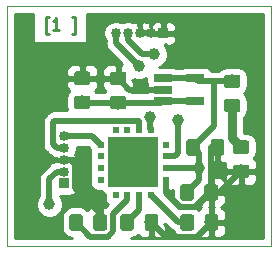
<source format=gbr>
G04 #@! TF.GenerationSoftware,KiCad,Pcbnew,5.0.0-fee4fd1~66~ubuntu16.04.1*
G04 #@! TF.CreationDate,2018-10-28T21:05:27-03:00*
G04 #@! TF.ProjectId,MMA7361,4D4D41373336312E6B696361645F7063,rev?*
G04 #@! TF.SameCoordinates,Original*
G04 #@! TF.FileFunction,Copper,L1,Top,Signal*
G04 #@! TF.FilePolarity,Positive*
%FSLAX46Y46*%
G04 Gerber Fmt 4.6, Leading zero omitted, Abs format (unit mm)*
G04 Created by KiCad (PCBNEW 5.0.0-fee4fd1~66~ubuntu16.04.1) date Sun Oct 28 21:05:27 2018*
%MOMM*%
%LPD*%
G01*
G04 APERTURE LIST*
G04 #@! TA.AperFunction,NonConductor*
%ADD10C,0.250000*%
G04 #@! TD*
G04 #@! TA.AperFunction,NonConductor*
%ADD11C,0.100000*%
G04 #@! TD*
G04 #@! TA.AperFunction,SMDPad,CuDef*
%ADD12R,4.250000X4.250000*%
G04 #@! TD*
G04 #@! TA.AperFunction,SMDPad,CuDef*
%ADD13R,0.500000X0.550000*%
G04 #@! TD*
G04 #@! TA.AperFunction,SMDPad,CuDef*
%ADD14R,0.550000X0.500000*%
G04 #@! TD*
G04 #@! TA.AperFunction,ComponentPad*
%ADD15O,0.850000X0.850000*%
G04 #@! TD*
G04 #@! TA.AperFunction,ComponentPad*
%ADD16R,0.850000X0.850000*%
G04 #@! TD*
G04 #@! TA.AperFunction,Conductor*
%ADD17C,0.100000*%
G04 #@! TD*
G04 #@! TA.AperFunction,SMDPad,CuDef*
%ADD18C,1.150000*%
G04 #@! TD*
G04 #@! TA.AperFunction,SMDPad,CuDef*
%ADD19R,1.560000X0.650000*%
G04 #@! TD*
G04 #@! TA.AperFunction,ViaPad*
%ADD20C,1.000000*%
G04 #@! TD*
G04 #@! TA.AperFunction,Conductor*
%ADD21C,0.800000*%
G04 #@! TD*
G04 #@! TA.AperFunction,Conductor*
%ADD22C,0.500000*%
G04 #@! TD*
G04 #@! TA.AperFunction,Conductor*
%ADD23C,0.254000*%
G04 #@! TD*
G04 APERTURE END LIST*
D10*
X146000000Y-80785714D02*
X145761904Y-80785714D01*
X145761904Y-79357142D01*
X146000000Y-79357142D01*
X146904761Y-80452380D02*
X146333333Y-80452380D01*
X146619047Y-80452380D02*
X146619047Y-79452380D01*
X146523809Y-79595238D01*
X146428571Y-79690476D01*
X146333333Y-79738095D01*
X148000000Y-80785714D02*
X148238095Y-80785714D01*
X148238095Y-79357142D01*
X148000000Y-79357142D01*
D11*
X142494000Y-98806000D02*
X142494000Y-78486000D01*
X164846000Y-98806000D02*
X142494000Y-98806000D01*
X164846000Y-78486000D02*
X164846000Y-98806000D01*
X142494000Y-78486000D02*
X164846000Y-78486000D01*
D12*
G04 #@! TO.P,U2,P1*
G04 #@! TO.N,N/C*
X153162000Y-91694000D03*
D13*
G04 #@! TO.P,U2,1*
G04 #@! TO.N,Net-(U2-Pad1)*
X151662000Y-94444000D03*
G04 #@! TO.P,U2,2*
G04 #@! TO.N,Net-(C3-Pad2)*
X152662000Y-94444000D03*
G04 #@! TO.P,U2,3*
G04 #@! TO.N,Net-(C5-Pad2)*
X153662000Y-94444000D03*
G04 #@! TO.P,U2,4*
G04 #@! TO.N,Net-(C1-Pad2)*
X154662000Y-94444000D03*
D14*
G04 #@! TO.P,U2,5*
G04 #@! TO.N,GND*
X155912000Y-93194000D03*
G04 #@! TO.P,U2,6*
G04 #@! TO.N,VCC*
X155912000Y-92194000D03*
G04 #@! TO.P,U2,7*
G04 #@! TO.N,/MMA 7361 Module/Sleep*
X155912000Y-91194000D03*
G04 #@! TO.P,U2,8*
G04 #@! TO.N,Net-(U2-Pad8)*
X155912000Y-90194000D03*
D13*
G04 #@! TO.P,U2,9*
G04 #@! TO.N,/MMA 7361 Module/Og-Detect*
X154662000Y-88944000D03*
G04 #@! TO.P,U2,10*
G04 #@! TO.N,/MMA 7361 Module/g-Select*
X153662000Y-88944000D03*
G04 #@! TO.P,U2,11*
G04 #@! TO.N,Net-(U2-Pad11)*
X152662000Y-88944000D03*
G04 #@! TO.P,U2,12*
G04 #@! TO.N,Net-(U2-Pad12)*
X151662000Y-88944000D03*
D14*
G04 #@! TO.P,U2,13*
G04 #@! TO.N,/MMA 7361 Module/SelfTest*
X150412000Y-90194000D03*
G04 #@! TO.P,U2,14*
G04 #@! TO.N,N/C*
X150412000Y-91194000D03*
G04 #@! TO.P,U2,15*
X150412000Y-92194000D03*
G04 #@! TO.P,U2,16*
X150412000Y-93194000D03*
G04 #@! TD*
D15*
G04 #@! TO.P,J2,5*
G04 #@! TO.N,/MMA 7361 Module/Og-Detect*
X151702000Y-80772000D03*
G04 #@! TO.P,J2,4*
G04 #@! TO.N,/MMA 7361 Module/Sleep*
X152702000Y-80772000D03*
G04 #@! TO.P,J2,3*
G04 #@! TO.N,GND*
X153702000Y-80772000D03*
G04 #@! TO.P,J2,2*
X154702000Y-80772000D03*
D16*
G04 #@! TO.P,J2,1*
X155702000Y-80772000D03*
G04 #@! TD*
G04 #@! TO.P,J1,1*
G04 #@! TO.N,Net-(J1-Pad1)*
X147320000Y-93472000D03*
D15*
G04 #@! TO.P,J1,2*
G04 #@! TO.N,VCC*
X147320000Y-92472000D03*
G04 #@! TO.P,J1,3*
G04 #@! TO.N,GND*
X147320000Y-91472000D03*
G04 #@! TO.P,J1,4*
G04 #@! TO.N,/MMA 7361 Module/g-Select*
X147320000Y-90472000D03*
G04 #@! TO.P,J1,5*
G04 #@! TO.N,/MMA 7361 Module/SelfTest*
X147320000Y-89472000D03*
G04 #@! TD*
D17*
G04 #@! TO.N,VCC*
G04 #@! TO.C,C7*
G36*
X158065505Y-93535204D02*
X158089773Y-93538804D01*
X158113572Y-93544765D01*
X158136671Y-93553030D01*
X158158850Y-93563520D01*
X158179893Y-93576132D01*
X158199599Y-93590747D01*
X158217777Y-93607223D01*
X158234253Y-93625401D01*
X158248868Y-93645107D01*
X158261480Y-93666150D01*
X158271970Y-93688329D01*
X158280235Y-93711428D01*
X158286196Y-93735227D01*
X158289796Y-93759495D01*
X158291000Y-93783999D01*
X158291000Y-94684001D01*
X158289796Y-94708505D01*
X158286196Y-94732773D01*
X158280235Y-94756572D01*
X158271970Y-94779671D01*
X158261480Y-94801850D01*
X158248868Y-94822893D01*
X158234253Y-94842599D01*
X158217777Y-94860777D01*
X158199599Y-94877253D01*
X158179893Y-94891868D01*
X158158850Y-94904480D01*
X158136671Y-94914970D01*
X158113572Y-94923235D01*
X158089773Y-94929196D01*
X158065505Y-94932796D01*
X158041001Y-94934000D01*
X157390999Y-94934000D01*
X157366495Y-94932796D01*
X157342227Y-94929196D01*
X157318428Y-94923235D01*
X157295329Y-94914970D01*
X157273150Y-94904480D01*
X157252107Y-94891868D01*
X157232401Y-94877253D01*
X157214223Y-94860777D01*
X157197747Y-94842599D01*
X157183132Y-94822893D01*
X157170520Y-94801850D01*
X157160030Y-94779671D01*
X157151765Y-94756572D01*
X157145804Y-94732773D01*
X157142204Y-94708505D01*
X157141000Y-94684001D01*
X157141000Y-93783999D01*
X157142204Y-93759495D01*
X157145804Y-93735227D01*
X157151765Y-93711428D01*
X157160030Y-93688329D01*
X157170520Y-93666150D01*
X157183132Y-93645107D01*
X157197747Y-93625401D01*
X157214223Y-93607223D01*
X157232401Y-93590747D01*
X157252107Y-93576132D01*
X157273150Y-93563520D01*
X157295329Y-93553030D01*
X157318428Y-93544765D01*
X157342227Y-93538804D01*
X157366495Y-93535204D01*
X157390999Y-93534000D01*
X158041001Y-93534000D01*
X158065505Y-93535204D01*
X158065505Y-93535204D01*
G37*
D18*
G04 #@! TD*
G04 #@! TO.P,C7,1*
G04 #@! TO.N,VCC*
X157716000Y-94234000D03*
D17*
G04 #@! TO.N,GND*
G04 #@! TO.C,C7*
G36*
X160115505Y-93535204D02*
X160139773Y-93538804D01*
X160163572Y-93544765D01*
X160186671Y-93553030D01*
X160208850Y-93563520D01*
X160229893Y-93576132D01*
X160249599Y-93590747D01*
X160267777Y-93607223D01*
X160284253Y-93625401D01*
X160298868Y-93645107D01*
X160311480Y-93666150D01*
X160321970Y-93688329D01*
X160330235Y-93711428D01*
X160336196Y-93735227D01*
X160339796Y-93759495D01*
X160341000Y-93783999D01*
X160341000Y-94684001D01*
X160339796Y-94708505D01*
X160336196Y-94732773D01*
X160330235Y-94756572D01*
X160321970Y-94779671D01*
X160311480Y-94801850D01*
X160298868Y-94822893D01*
X160284253Y-94842599D01*
X160267777Y-94860777D01*
X160249599Y-94877253D01*
X160229893Y-94891868D01*
X160208850Y-94904480D01*
X160186671Y-94914970D01*
X160163572Y-94923235D01*
X160139773Y-94929196D01*
X160115505Y-94932796D01*
X160091001Y-94934000D01*
X159440999Y-94934000D01*
X159416495Y-94932796D01*
X159392227Y-94929196D01*
X159368428Y-94923235D01*
X159345329Y-94914970D01*
X159323150Y-94904480D01*
X159302107Y-94891868D01*
X159282401Y-94877253D01*
X159264223Y-94860777D01*
X159247747Y-94842599D01*
X159233132Y-94822893D01*
X159220520Y-94801850D01*
X159210030Y-94779671D01*
X159201765Y-94756572D01*
X159195804Y-94732773D01*
X159192204Y-94708505D01*
X159191000Y-94684001D01*
X159191000Y-93783999D01*
X159192204Y-93759495D01*
X159195804Y-93735227D01*
X159201765Y-93711428D01*
X159210030Y-93688329D01*
X159220520Y-93666150D01*
X159233132Y-93645107D01*
X159247747Y-93625401D01*
X159264223Y-93607223D01*
X159282401Y-93590747D01*
X159302107Y-93576132D01*
X159323150Y-93563520D01*
X159345329Y-93553030D01*
X159368428Y-93544765D01*
X159392227Y-93538804D01*
X159416495Y-93535204D01*
X159440999Y-93534000D01*
X160091001Y-93534000D01*
X160115505Y-93535204D01*
X160115505Y-93535204D01*
G37*
D18*
G04 #@! TD*
G04 #@! TO.P,C7,2*
G04 #@! TO.N,GND*
X159766000Y-94234000D03*
D17*
G04 #@! TO.N,GND*
G04 #@! TO.C,C6*
G36*
X160641505Y-89725204D02*
X160665773Y-89728804D01*
X160689572Y-89734765D01*
X160712671Y-89743030D01*
X160734850Y-89753520D01*
X160755893Y-89766132D01*
X160775599Y-89780747D01*
X160793777Y-89797223D01*
X160810253Y-89815401D01*
X160824868Y-89835107D01*
X160837480Y-89856150D01*
X160847970Y-89878329D01*
X160856235Y-89901428D01*
X160862196Y-89925227D01*
X160865796Y-89949495D01*
X160867000Y-89973999D01*
X160867000Y-90874001D01*
X160865796Y-90898505D01*
X160862196Y-90922773D01*
X160856235Y-90946572D01*
X160847970Y-90969671D01*
X160837480Y-90991850D01*
X160824868Y-91012893D01*
X160810253Y-91032599D01*
X160793777Y-91050777D01*
X160775599Y-91067253D01*
X160755893Y-91081868D01*
X160734850Y-91094480D01*
X160712671Y-91104970D01*
X160689572Y-91113235D01*
X160665773Y-91119196D01*
X160641505Y-91122796D01*
X160617001Y-91124000D01*
X159966999Y-91124000D01*
X159942495Y-91122796D01*
X159918227Y-91119196D01*
X159894428Y-91113235D01*
X159871329Y-91104970D01*
X159849150Y-91094480D01*
X159828107Y-91081868D01*
X159808401Y-91067253D01*
X159790223Y-91050777D01*
X159773747Y-91032599D01*
X159759132Y-91012893D01*
X159746520Y-90991850D01*
X159736030Y-90969671D01*
X159727765Y-90946572D01*
X159721804Y-90922773D01*
X159718204Y-90898505D01*
X159717000Y-90874001D01*
X159717000Y-89973999D01*
X159718204Y-89949495D01*
X159721804Y-89925227D01*
X159727765Y-89901428D01*
X159736030Y-89878329D01*
X159746520Y-89856150D01*
X159759132Y-89835107D01*
X159773747Y-89815401D01*
X159790223Y-89797223D01*
X159808401Y-89780747D01*
X159828107Y-89766132D01*
X159849150Y-89753520D01*
X159871329Y-89743030D01*
X159894428Y-89734765D01*
X159918227Y-89728804D01*
X159942495Y-89725204D01*
X159966999Y-89724000D01*
X160617001Y-89724000D01*
X160641505Y-89725204D01*
X160641505Y-89725204D01*
G37*
D18*
G04 #@! TD*
G04 #@! TO.P,C6,2*
G04 #@! TO.N,GND*
X160292000Y-90424000D03*
D17*
G04 #@! TO.N,VCC*
G04 #@! TO.C,C6*
G36*
X158591505Y-89725204D02*
X158615773Y-89728804D01*
X158639572Y-89734765D01*
X158662671Y-89743030D01*
X158684850Y-89753520D01*
X158705893Y-89766132D01*
X158725599Y-89780747D01*
X158743777Y-89797223D01*
X158760253Y-89815401D01*
X158774868Y-89835107D01*
X158787480Y-89856150D01*
X158797970Y-89878329D01*
X158806235Y-89901428D01*
X158812196Y-89925227D01*
X158815796Y-89949495D01*
X158817000Y-89973999D01*
X158817000Y-90874001D01*
X158815796Y-90898505D01*
X158812196Y-90922773D01*
X158806235Y-90946572D01*
X158797970Y-90969671D01*
X158787480Y-90991850D01*
X158774868Y-91012893D01*
X158760253Y-91032599D01*
X158743777Y-91050777D01*
X158725599Y-91067253D01*
X158705893Y-91081868D01*
X158684850Y-91094480D01*
X158662671Y-91104970D01*
X158639572Y-91113235D01*
X158615773Y-91119196D01*
X158591505Y-91122796D01*
X158567001Y-91124000D01*
X157916999Y-91124000D01*
X157892495Y-91122796D01*
X157868227Y-91119196D01*
X157844428Y-91113235D01*
X157821329Y-91104970D01*
X157799150Y-91094480D01*
X157778107Y-91081868D01*
X157758401Y-91067253D01*
X157740223Y-91050777D01*
X157723747Y-91032599D01*
X157709132Y-91012893D01*
X157696520Y-90991850D01*
X157686030Y-90969671D01*
X157677765Y-90946572D01*
X157671804Y-90922773D01*
X157668204Y-90898505D01*
X157667000Y-90874001D01*
X157667000Y-89973999D01*
X157668204Y-89949495D01*
X157671804Y-89925227D01*
X157677765Y-89901428D01*
X157686030Y-89878329D01*
X157696520Y-89856150D01*
X157709132Y-89835107D01*
X157723747Y-89815401D01*
X157740223Y-89797223D01*
X157758401Y-89780747D01*
X157778107Y-89766132D01*
X157799150Y-89753520D01*
X157821329Y-89743030D01*
X157844428Y-89734765D01*
X157868227Y-89728804D01*
X157892495Y-89725204D01*
X157916999Y-89724000D01*
X158567001Y-89724000D01*
X158591505Y-89725204D01*
X158591505Y-89725204D01*
G37*
D18*
G04 #@! TD*
G04 #@! TO.P,C6,1*
G04 #@! TO.N,VCC*
X158242000Y-90424000D03*
D17*
G04 #@! TO.N,GND*
G04 #@! TO.C,C5*
G36*
X155044505Y-96075204D02*
X155068773Y-96078804D01*
X155092572Y-96084765D01*
X155115671Y-96093030D01*
X155137850Y-96103520D01*
X155158893Y-96116132D01*
X155178599Y-96130747D01*
X155196777Y-96147223D01*
X155213253Y-96165401D01*
X155227868Y-96185107D01*
X155240480Y-96206150D01*
X155250970Y-96228329D01*
X155259235Y-96251428D01*
X155265196Y-96275227D01*
X155268796Y-96299495D01*
X155270000Y-96323999D01*
X155270000Y-97224001D01*
X155268796Y-97248505D01*
X155265196Y-97272773D01*
X155259235Y-97296572D01*
X155250970Y-97319671D01*
X155240480Y-97341850D01*
X155227868Y-97362893D01*
X155213253Y-97382599D01*
X155196777Y-97400777D01*
X155178599Y-97417253D01*
X155158893Y-97431868D01*
X155137850Y-97444480D01*
X155115671Y-97454970D01*
X155092572Y-97463235D01*
X155068773Y-97469196D01*
X155044505Y-97472796D01*
X155020001Y-97474000D01*
X154369999Y-97474000D01*
X154345495Y-97472796D01*
X154321227Y-97469196D01*
X154297428Y-97463235D01*
X154274329Y-97454970D01*
X154252150Y-97444480D01*
X154231107Y-97431868D01*
X154211401Y-97417253D01*
X154193223Y-97400777D01*
X154176747Y-97382599D01*
X154162132Y-97362893D01*
X154149520Y-97341850D01*
X154139030Y-97319671D01*
X154130765Y-97296572D01*
X154124804Y-97272773D01*
X154121204Y-97248505D01*
X154120000Y-97224001D01*
X154120000Y-96323999D01*
X154121204Y-96299495D01*
X154124804Y-96275227D01*
X154130765Y-96251428D01*
X154139030Y-96228329D01*
X154149520Y-96206150D01*
X154162132Y-96185107D01*
X154176747Y-96165401D01*
X154193223Y-96147223D01*
X154211401Y-96130747D01*
X154231107Y-96116132D01*
X154252150Y-96103520D01*
X154274329Y-96093030D01*
X154297428Y-96084765D01*
X154321227Y-96078804D01*
X154345495Y-96075204D01*
X154369999Y-96074000D01*
X155020001Y-96074000D01*
X155044505Y-96075204D01*
X155044505Y-96075204D01*
G37*
D18*
G04 #@! TD*
G04 #@! TO.P,C5,1*
G04 #@! TO.N,GND*
X154695000Y-96774000D03*
D17*
G04 #@! TO.N,Net-(C5-Pad2)*
G04 #@! TO.C,C5*
G36*
X152994505Y-96075204D02*
X153018773Y-96078804D01*
X153042572Y-96084765D01*
X153065671Y-96093030D01*
X153087850Y-96103520D01*
X153108893Y-96116132D01*
X153128599Y-96130747D01*
X153146777Y-96147223D01*
X153163253Y-96165401D01*
X153177868Y-96185107D01*
X153190480Y-96206150D01*
X153200970Y-96228329D01*
X153209235Y-96251428D01*
X153215196Y-96275227D01*
X153218796Y-96299495D01*
X153220000Y-96323999D01*
X153220000Y-97224001D01*
X153218796Y-97248505D01*
X153215196Y-97272773D01*
X153209235Y-97296572D01*
X153200970Y-97319671D01*
X153190480Y-97341850D01*
X153177868Y-97362893D01*
X153163253Y-97382599D01*
X153146777Y-97400777D01*
X153128599Y-97417253D01*
X153108893Y-97431868D01*
X153087850Y-97444480D01*
X153065671Y-97454970D01*
X153042572Y-97463235D01*
X153018773Y-97469196D01*
X152994505Y-97472796D01*
X152970001Y-97474000D01*
X152319999Y-97474000D01*
X152295495Y-97472796D01*
X152271227Y-97469196D01*
X152247428Y-97463235D01*
X152224329Y-97454970D01*
X152202150Y-97444480D01*
X152181107Y-97431868D01*
X152161401Y-97417253D01*
X152143223Y-97400777D01*
X152126747Y-97382599D01*
X152112132Y-97362893D01*
X152099520Y-97341850D01*
X152089030Y-97319671D01*
X152080765Y-97296572D01*
X152074804Y-97272773D01*
X152071204Y-97248505D01*
X152070000Y-97224001D01*
X152070000Y-96323999D01*
X152071204Y-96299495D01*
X152074804Y-96275227D01*
X152080765Y-96251428D01*
X152089030Y-96228329D01*
X152099520Y-96206150D01*
X152112132Y-96185107D01*
X152126747Y-96165401D01*
X152143223Y-96147223D01*
X152161401Y-96130747D01*
X152181107Y-96116132D01*
X152202150Y-96103520D01*
X152224329Y-96093030D01*
X152247428Y-96084765D01*
X152271227Y-96078804D01*
X152295495Y-96075204D01*
X152319999Y-96074000D01*
X152970001Y-96074000D01*
X152994505Y-96075204D01*
X152994505Y-96075204D01*
G37*
D18*
G04 #@! TD*
G04 #@! TO.P,C5,2*
G04 #@! TO.N,Net-(C5-Pad2)*
X152645000Y-96774000D03*
D17*
G04 #@! TO.N,GND*
G04 #@! TO.C,C4*
G36*
X149318505Y-83990204D02*
X149342773Y-83993804D01*
X149366572Y-83999765D01*
X149389671Y-84008030D01*
X149411850Y-84018520D01*
X149432893Y-84031132D01*
X149452599Y-84045747D01*
X149470777Y-84062223D01*
X149487253Y-84080401D01*
X149501868Y-84100107D01*
X149514480Y-84121150D01*
X149524970Y-84143329D01*
X149533235Y-84166428D01*
X149539196Y-84190227D01*
X149542796Y-84214495D01*
X149544000Y-84238999D01*
X149544000Y-84889001D01*
X149542796Y-84913505D01*
X149539196Y-84937773D01*
X149533235Y-84961572D01*
X149524970Y-84984671D01*
X149514480Y-85006850D01*
X149501868Y-85027893D01*
X149487253Y-85047599D01*
X149470777Y-85065777D01*
X149452599Y-85082253D01*
X149432893Y-85096868D01*
X149411850Y-85109480D01*
X149389671Y-85119970D01*
X149366572Y-85128235D01*
X149342773Y-85134196D01*
X149318505Y-85137796D01*
X149294001Y-85139000D01*
X148393999Y-85139000D01*
X148369495Y-85137796D01*
X148345227Y-85134196D01*
X148321428Y-85128235D01*
X148298329Y-85119970D01*
X148276150Y-85109480D01*
X148255107Y-85096868D01*
X148235401Y-85082253D01*
X148217223Y-85065777D01*
X148200747Y-85047599D01*
X148186132Y-85027893D01*
X148173520Y-85006850D01*
X148163030Y-84984671D01*
X148154765Y-84961572D01*
X148148804Y-84937773D01*
X148145204Y-84913505D01*
X148144000Y-84889001D01*
X148144000Y-84238999D01*
X148145204Y-84214495D01*
X148148804Y-84190227D01*
X148154765Y-84166428D01*
X148163030Y-84143329D01*
X148173520Y-84121150D01*
X148186132Y-84100107D01*
X148200747Y-84080401D01*
X148217223Y-84062223D01*
X148235401Y-84045747D01*
X148255107Y-84031132D01*
X148276150Y-84018520D01*
X148298329Y-84008030D01*
X148321428Y-83999765D01*
X148345227Y-83993804D01*
X148369495Y-83990204D01*
X148393999Y-83989000D01*
X149294001Y-83989000D01*
X149318505Y-83990204D01*
X149318505Y-83990204D01*
G37*
D18*
G04 #@! TD*
G04 #@! TO.P,C4,2*
G04 #@! TO.N,GND*
X148844000Y-84564000D03*
D17*
G04 #@! TO.N,+5V*
G04 #@! TO.C,C4*
G36*
X149318505Y-86040204D02*
X149342773Y-86043804D01*
X149366572Y-86049765D01*
X149389671Y-86058030D01*
X149411850Y-86068520D01*
X149432893Y-86081132D01*
X149452599Y-86095747D01*
X149470777Y-86112223D01*
X149487253Y-86130401D01*
X149501868Y-86150107D01*
X149514480Y-86171150D01*
X149524970Y-86193329D01*
X149533235Y-86216428D01*
X149539196Y-86240227D01*
X149542796Y-86264495D01*
X149544000Y-86288999D01*
X149544000Y-86939001D01*
X149542796Y-86963505D01*
X149539196Y-86987773D01*
X149533235Y-87011572D01*
X149524970Y-87034671D01*
X149514480Y-87056850D01*
X149501868Y-87077893D01*
X149487253Y-87097599D01*
X149470777Y-87115777D01*
X149452599Y-87132253D01*
X149432893Y-87146868D01*
X149411850Y-87159480D01*
X149389671Y-87169970D01*
X149366572Y-87178235D01*
X149342773Y-87184196D01*
X149318505Y-87187796D01*
X149294001Y-87189000D01*
X148393999Y-87189000D01*
X148369495Y-87187796D01*
X148345227Y-87184196D01*
X148321428Y-87178235D01*
X148298329Y-87169970D01*
X148276150Y-87159480D01*
X148255107Y-87146868D01*
X148235401Y-87132253D01*
X148217223Y-87115777D01*
X148200747Y-87097599D01*
X148186132Y-87077893D01*
X148173520Y-87056850D01*
X148163030Y-87034671D01*
X148154765Y-87011572D01*
X148148804Y-86987773D01*
X148145204Y-86963505D01*
X148144000Y-86939001D01*
X148144000Y-86288999D01*
X148145204Y-86264495D01*
X148148804Y-86240227D01*
X148154765Y-86216428D01*
X148163030Y-86193329D01*
X148173520Y-86171150D01*
X148186132Y-86150107D01*
X148200747Y-86130401D01*
X148217223Y-86112223D01*
X148235401Y-86095747D01*
X148255107Y-86081132D01*
X148276150Y-86068520D01*
X148298329Y-86058030D01*
X148321428Y-86049765D01*
X148345227Y-86043804D01*
X148369495Y-86040204D01*
X148393999Y-86039000D01*
X149294001Y-86039000D01*
X149318505Y-86040204D01*
X149318505Y-86040204D01*
G37*
D18*
G04 #@! TD*
G04 #@! TO.P,C4,1*
G04 #@! TO.N,+5V*
X148844000Y-86614000D03*
D17*
G04 #@! TO.N,GND*
G04 #@! TO.C,C3*
G36*
X150717505Y-96075204D02*
X150741773Y-96078804D01*
X150765572Y-96084765D01*
X150788671Y-96093030D01*
X150810850Y-96103520D01*
X150831893Y-96116132D01*
X150851599Y-96130747D01*
X150869777Y-96147223D01*
X150886253Y-96165401D01*
X150900868Y-96185107D01*
X150913480Y-96206150D01*
X150923970Y-96228329D01*
X150932235Y-96251428D01*
X150938196Y-96275227D01*
X150941796Y-96299495D01*
X150943000Y-96323999D01*
X150943000Y-97224001D01*
X150941796Y-97248505D01*
X150938196Y-97272773D01*
X150932235Y-97296572D01*
X150923970Y-97319671D01*
X150913480Y-97341850D01*
X150900868Y-97362893D01*
X150886253Y-97382599D01*
X150869777Y-97400777D01*
X150851599Y-97417253D01*
X150831893Y-97431868D01*
X150810850Y-97444480D01*
X150788671Y-97454970D01*
X150765572Y-97463235D01*
X150741773Y-97469196D01*
X150717505Y-97472796D01*
X150693001Y-97474000D01*
X150042999Y-97474000D01*
X150018495Y-97472796D01*
X149994227Y-97469196D01*
X149970428Y-97463235D01*
X149947329Y-97454970D01*
X149925150Y-97444480D01*
X149904107Y-97431868D01*
X149884401Y-97417253D01*
X149866223Y-97400777D01*
X149849747Y-97382599D01*
X149835132Y-97362893D01*
X149822520Y-97341850D01*
X149812030Y-97319671D01*
X149803765Y-97296572D01*
X149797804Y-97272773D01*
X149794204Y-97248505D01*
X149793000Y-97224001D01*
X149793000Y-96323999D01*
X149794204Y-96299495D01*
X149797804Y-96275227D01*
X149803765Y-96251428D01*
X149812030Y-96228329D01*
X149822520Y-96206150D01*
X149835132Y-96185107D01*
X149849747Y-96165401D01*
X149866223Y-96147223D01*
X149884401Y-96130747D01*
X149904107Y-96116132D01*
X149925150Y-96103520D01*
X149947329Y-96093030D01*
X149970428Y-96084765D01*
X149994227Y-96078804D01*
X150018495Y-96075204D01*
X150042999Y-96074000D01*
X150693001Y-96074000D01*
X150717505Y-96075204D01*
X150717505Y-96075204D01*
G37*
D18*
G04 #@! TD*
G04 #@! TO.P,C3,1*
G04 #@! TO.N,GND*
X150368000Y-96774000D03*
D17*
G04 #@! TO.N,Net-(C3-Pad2)*
G04 #@! TO.C,C3*
G36*
X148667505Y-96075204D02*
X148691773Y-96078804D01*
X148715572Y-96084765D01*
X148738671Y-96093030D01*
X148760850Y-96103520D01*
X148781893Y-96116132D01*
X148801599Y-96130747D01*
X148819777Y-96147223D01*
X148836253Y-96165401D01*
X148850868Y-96185107D01*
X148863480Y-96206150D01*
X148873970Y-96228329D01*
X148882235Y-96251428D01*
X148888196Y-96275227D01*
X148891796Y-96299495D01*
X148893000Y-96323999D01*
X148893000Y-97224001D01*
X148891796Y-97248505D01*
X148888196Y-97272773D01*
X148882235Y-97296572D01*
X148873970Y-97319671D01*
X148863480Y-97341850D01*
X148850868Y-97362893D01*
X148836253Y-97382599D01*
X148819777Y-97400777D01*
X148801599Y-97417253D01*
X148781893Y-97431868D01*
X148760850Y-97444480D01*
X148738671Y-97454970D01*
X148715572Y-97463235D01*
X148691773Y-97469196D01*
X148667505Y-97472796D01*
X148643001Y-97474000D01*
X147992999Y-97474000D01*
X147968495Y-97472796D01*
X147944227Y-97469196D01*
X147920428Y-97463235D01*
X147897329Y-97454970D01*
X147875150Y-97444480D01*
X147854107Y-97431868D01*
X147834401Y-97417253D01*
X147816223Y-97400777D01*
X147799747Y-97382599D01*
X147785132Y-97362893D01*
X147772520Y-97341850D01*
X147762030Y-97319671D01*
X147753765Y-97296572D01*
X147747804Y-97272773D01*
X147744204Y-97248505D01*
X147743000Y-97224001D01*
X147743000Y-96323999D01*
X147744204Y-96299495D01*
X147747804Y-96275227D01*
X147753765Y-96251428D01*
X147762030Y-96228329D01*
X147772520Y-96206150D01*
X147785132Y-96185107D01*
X147799747Y-96165401D01*
X147816223Y-96147223D01*
X147834401Y-96130747D01*
X147854107Y-96116132D01*
X147875150Y-96103520D01*
X147897329Y-96093030D01*
X147920428Y-96084765D01*
X147944227Y-96078804D01*
X147968495Y-96075204D01*
X147992999Y-96074000D01*
X148643001Y-96074000D01*
X148667505Y-96075204D01*
X148667505Y-96075204D01*
G37*
D18*
G04 #@! TD*
G04 #@! TO.P,C3,2*
G04 #@! TO.N,Net-(C3-Pad2)*
X148318000Y-96774000D03*
D17*
G04 #@! TO.N,GND*
G04 #@! TO.C,C2*
G36*
X152366505Y-84008204D02*
X152390773Y-84011804D01*
X152414572Y-84017765D01*
X152437671Y-84026030D01*
X152459850Y-84036520D01*
X152480893Y-84049132D01*
X152500599Y-84063747D01*
X152518777Y-84080223D01*
X152535253Y-84098401D01*
X152549868Y-84118107D01*
X152562480Y-84139150D01*
X152572970Y-84161329D01*
X152581235Y-84184428D01*
X152587196Y-84208227D01*
X152590796Y-84232495D01*
X152592000Y-84256999D01*
X152592000Y-84907001D01*
X152590796Y-84931505D01*
X152587196Y-84955773D01*
X152581235Y-84979572D01*
X152572970Y-85002671D01*
X152562480Y-85024850D01*
X152549868Y-85045893D01*
X152535253Y-85065599D01*
X152518777Y-85083777D01*
X152500599Y-85100253D01*
X152480893Y-85114868D01*
X152459850Y-85127480D01*
X152437671Y-85137970D01*
X152414572Y-85146235D01*
X152390773Y-85152196D01*
X152366505Y-85155796D01*
X152342001Y-85157000D01*
X151441999Y-85157000D01*
X151417495Y-85155796D01*
X151393227Y-85152196D01*
X151369428Y-85146235D01*
X151346329Y-85137970D01*
X151324150Y-85127480D01*
X151303107Y-85114868D01*
X151283401Y-85100253D01*
X151265223Y-85083777D01*
X151248747Y-85065599D01*
X151234132Y-85045893D01*
X151221520Y-85024850D01*
X151211030Y-85002671D01*
X151202765Y-84979572D01*
X151196804Y-84955773D01*
X151193204Y-84931505D01*
X151192000Y-84907001D01*
X151192000Y-84256999D01*
X151193204Y-84232495D01*
X151196804Y-84208227D01*
X151202765Y-84184428D01*
X151211030Y-84161329D01*
X151221520Y-84139150D01*
X151234132Y-84118107D01*
X151248747Y-84098401D01*
X151265223Y-84080223D01*
X151283401Y-84063747D01*
X151303107Y-84049132D01*
X151324150Y-84036520D01*
X151346329Y-84026030D01*
X151369428Y-84017765D01*
X151393227Y-84011804D01*
X151417495Y-84008204D01*
X151441999Y-84007000D01*
X152342001Y-84007000D01*
X152366505Y-84008204D01*
X152366505Y-84008204D01*
G37*
D18*
G04 #@! TD*
G04 #@! TO.P,C2,2*
G04 #@! TO.N,GND*
X151892000Y-84582000D03*
D17*
G04 #@! TO.N,+5V*
G04 #@! TO.C,C2*
G36*
X152366505Y-86058204D02*
X152390773Y-86061804D01*
X152414572Y-86067765D01*
X152437671Y-86076030D01*
X152459850Y-86086520D01*
X152480893Y-86099132D01*
X152500599Y-86113747D01*
X152518777Y-86130223D01*
X152535253Y-86148401D01*
X152549868Y-86168107D01*
X152562480Y-86189150D01*
X152572970Y-86211329D01*
X152581235Y-86234428D01*
X152587196Y-86258227D01*
X152590796Y-86282495D01*
X152592000Y-86306999D01*
X152592000Y-86957001D01*
X152590796Y-86981505D01*
X152587196Y-87005773D01*
X152581235Y-87029572D01*
X152572970Y-87052671D01*
X152562480Y-87074850D01*
X152549868Y-87095893D01*
X152535253Y-87115599D01*
X152518777Y-87133777D01*
X152500599Y-87150253D01*
X152480893Y-87164868D01*
X152459850Y-87177480D01*
X152437671Y-87187970D01*
X152414572Y-87196235D01*
X152390773Y-87202196D01*
X152366505Y-87205796D01*
X152342001Y-87207000D01*
X151441999Y-87207000D01*
X151417495Y-87205796D01*
X151393227Y-87202196D01*
X151369428Y-87196235D01*
X151346329Y-87187970D01*
X151324150Y-87177480D01*
X151303107Y-87164868D01*
X151283401Y-87150253D01*
X151265223Y-87133777D01*
X151248747Y-87115599D01*
X151234132Y-87095893D01*
X151221520Y-87074850D01*
X151211030Y-87052671D01*
X151202765Y-87029572D01*
X151196804Y-87005773D01*
X151193204Y-86981505D01*
X151192000Y-86957001D01*
X151192000Y-86306999D01*
X151193204Y-86282495D01*
X151196804Y-86258227D01*
X151202765Y-86234428D01*
X151211030Y-86211329D01*
X151221520Y-86189150D01*
X151234132Y-86168107D01*
X151248747Y-86148401D01*
X151265223Y-86130223D01*
X151283401Y-86113747D01*
X151303107Y-86099132D01*
X151324150Y-86086520D01*
X151346329Y-86076030D01*
X151369428Y-86067765D01*
X151393227Y-86061804D01*
X151417495Y-86058204D01*
X151441999Y-86057000D01*
X152342001Y-86057000D01*
X152366505Y-86058204D01*
X152366505Y-86058204D01*
G37*
D18*
G04 #@! TD*
G04 #@! TO.P,C2,1*
G04 #@! TO.N,+5V*
X151892000Y-86632000D03*
D17*
G04 #@! TO.N,GND*
G04 #@! TO.C,C1*
G36*
X160133505Y-96075204D02*
X160157773Y-96078804D01*
X160181572Y-96084765D01*
X160204671Y-96093030D01*
X160226850Y-96103520D01*
X160247893Y-96116132D01*
X160267599Y-96130747D01*
X160285777Y-96147223D01*
X160302253Y-96165401D01*
X160316868Y-96185107D01*
X160329480Y-96206150D01*
X160339970Y-96228329D01*
X160348235Y-96251428D01*
X160354196Y-96275227D01*
X160357796Y-96299495D01*
X160359000Y-96323999D01*
X160359000Y-97224001D01*
X160357796Y-97248505D01*
X160354196Y-97272773D01*
X160348235Y-97296572D01*
X160339970Y-97319671D01*
X160329480Y-97341850D01*
X160316868Y-97362893D01*
X160302253Y-97382599D01*
X160285777Y-97400777D01*
X160267599Y-97417253D01*
X160247893Y-97431868D01*
X160226850Y-97444480D01*
X160204671Y-97454970D01*
X160181572Y-97463235D01*
X160157773Y-97469196D01*
X160133505Y-97472796D01*
X160109001Y-97474000D01*
X159458999Y-97474000D01*
X159434495Y-97472796D01*
X159410227Y-97469196D01*
X159386428Y-97463235D01*
X159363329Y-97454970D01*
X159341150Y-97444480D01*
X159320107Y-97431868D01*
X159300401Y-97417253D01*
X159282223Y-97400777D01*
X159265747Y-97382599D01*
X159251132Y-97362893D01*
X159238520Y-97341850D01*
X159228030Y-97319671D01*
X159219765Y-97296572D01*
X159213804Y-97272773D01*
X159210204Y-97248505D01*
X159209000Y-97224001D01*
X159209000Y-96323999D01*
X159210204Y-96299495D01*
X159213804Y-96275227D01*
X159219765Y-96251428D01*
X159228030Y-96228329D01*
X159238520Y-96206150D01*
X159251132Y-96185107D01*
X159265747Y-96165401D01*
X159282223Y-96147223D01*
X159300401Y-96130747D01*
X159320107Y-96116132D01*
X159341150Y-96103520D01*
X159363329Y-96093030D01*
X159386428Y-96084765D01*
X159410227Y-96078804D01*
X159434495Y-96075204D01*
X159458999Y-96074000D01*
X160109001Y-96074000D01*
X160133505Y-96075204D01*
X160133505Y-96075204D01*
G37*
D18*
G04 #@! TD*
G04 #@! TO.P,C1,1*
G04 #@! TO.N,GND*
X159784000Y-96774000D03*
D17*
G04 #@! TO.N,Net-(C1-Pad2)*
G04 #@! TO.C,C1*
G36*
X158083505Y-96075204D02*
X158107773Y-96078804D01*
X158131572Y-96084765D01*
X158154671Y-96093030D01*
X158176850Y-96103520D01*
X158197893Y-96116132D01*
X158217599Y-96130747D01*
X158235777Y-96147223D01*
X158252253Y-96165401D01*
X158266868Y-96185107D01*
X158279480Y-96206150D01*
X158289970Y-96228329D01*
X158298235Y-96251428D01*
X158304196Y-96275227D01*
X158307796Y-96299495D01*
X158309000Y-96323999D01*
X158309000Y-97224001D01*
X158307796Y-97248505D01*
X158304196Y-97272773D01*
X158298235Y-97296572D01*
X158289970Y-97319671D01*
X158279480Y-97341850D01*
X158266868Y-97362893D01*
X158252253Y-97382599D01*
X158235777Y-97400777D01*
X158217599Y-97417253D01*
X158197893Y-97431868D01*
X158176850Y-97444480D01*
X158154671Y-97454970D01*
X158131572Y-97463235D01*
X158107773Y-97469196D01*
X158083505Y-97472796D01*
X158059001Y-97474000D01*
X157408999Y-97474000D01*
X157384495Y-97472796D01*
X157360227Y-97469196D01*
X157336428Y-97463235D01*
X157313329Y-97454970D01*
X157291150Y-97444480D01*
X157270107Y-97431868D01*
X157250401Y-97417253D01*
X157232223Y-97400777D01*
X157215747Y-97382599D01*
X157201132Y-97362893D01*
X157188520Y-97341850D01*
X157178030Y-97319671D01*
X157169765Y-97296572D01*
X157163804Y-97272773D01*
X157160204Y-97248505D01*
X157159000Y-97224001D01*
X157159000Y-96323999D01*
X157160204Y-96299495D01*
X157163804Y-96275227D01*
X157169765Y-96251428D01*
X157178030Y-96228329D01*
X157188520Y-96206150D01*
X157201132Y-96185107D01*
X157215747Y-96165401D01*
X157232223Y-96147223D01*
X157250401Y-96130747D01*
X157270107Y-96116132D01*
X157291150Y-96103520D01*
X157313329Y-96093030D01*
X157336428Y-96084765D01*
X157360227Y-96078804D01*
X157384495Y-96075204D01*
X157408999Y-96074000D01*
X158059001Y-96074000D01*
X158083505Y-96075204D01*
X158083505Y-96075204D01*
G37*
D18*
G04 #@! TD*
G04 #@! TO.P,C1,2*
G04 #@! TO.N,Net-(C1-Pad2)*
X157734000Y-96774000D03*
D17*
G04 #@! TO.N,GND*
G04 #@! TO.C,D1*
G36*
X162780505Y-91882204D02*
X162804773Y-91885804D01*
X162828572Y-91891765D01*
X162851671Y-91900030D01*
X162873850Y-91910520D01*
X162894893Y-91923132D01*
X162914599Y-91937747D01*
X162932777Y-91954223D01*
X162949253Y-91972401D01*
X162963868Y-91992107D01*
X162976480Y-92013150D01*
X162986970Y-92035329D01*
X162995235Y-92058428D01*
X163001196Y-92082227D01*
X163004796Y-92106495D01*
X163006000Y-92130999D01*
X163006000Y-92781001D01*
X163004796Y-92805505D01*
X163001196Y-92829773D01*
X162995235Y-92853572D01*
X162986970Y-92876671D01*
X162976480Y-92898850D01*
X162963868Y-92919893D01*
X162949253Y-92939599D01*
X162932777Y-92957777D01*
X162914599Y-92974253D01*
X162894893Y-92988868D01*
X162873850Y-93001480D01*
X162851671Y-93011970D01*
X162828572Y-93020235D01*
X162804773Y-93026196D01*
X162780505Y-93029796D01*
X162756001Y-93031000D01*
X161855999Y-93031000D01*
X161831495Y-93029796D01*
X161807227Y-93026196D01*
X161783428Y-93020235D01*
X161760329Y-93011970D01*
X161738150Y-93001480D01*
X161717107Y-92988868D01*
X161697401Y-92974253D01*
X161679223Y-92957777D01*
X161662747Y-92939599D01*
X161648132Y-92919893D01*
X161635520Y-92898850D01*
X161625030Y-92876671D01*
X161616765Y-92853572D01*
X161610804Y-92829773D01*
X161607204Y-92805505D01*
X161606000Y-92781001D01*
X161606000Y-92130999D01*
X161607204Y-92106495D01*
X161610804Y-92082227D01*
X161616765Y-92058428D01*
X161625030Y-92035329D01*
X161635520Y-92013150D01*
X161648132Y-91992107D01*
X161662747Y-91972401D01*
X161679223Y-91954223D01*
X161697401Y-91937747D01*
X161717107Y-91923132D01*
X161738150Y-91910520D01*
X161760329Y-91900030D01*
X161783428Y-91891765D01*
X161807227Y-91885804D01*
X161831495Y-91882204D01*
X161855999Y-91881000D01*
X162756001Y-91881000D01*
X162780505Y-91882204D01*
X162780505Y-91882204D01*
G37*
D18*
G04 #@! TD*
G04 #@! TO.P,D1,1*
G04 #@! TO.N,GND*
X162306000Y-92456000D03*
D17*
G04 #@! TO.N,Net-(D1-Pad2)*
G04 #@! TO.C,D1*
G36*
X162780505Y-89832204D02*
X162804773Y-89835804D01*
X162828572Y-89841765D01*
X162851671Y-89850030D01*
X162873850Y-89860520D01*
X162894893Y-89873132D01*
X162914599Y-89887747D01*
X162932777Y-89904223D01*
X162949253Y-89922401D01*
X162963868Y-89942107D01*
X162976480Y-89963150D01*
X162986970Y-89985329D01*
X162995235Y-90008428D01*
X163001196Y-90032227D01*
X163004796Y-90056495D01*
X163006000Y-90080999D01*
X163006000Y-90731001D01*
X163004796Y-90755505D01*
X163001196Y-90779773D01*
X162995235Y-90803572D01*
X162986970Y-90826671D01*
X162976480Y-90848850D01*
X162963868Y-90869893D01*
X162949253Y-90889599D01*
X162932777Y-90907777D01*
X162914599Y-90924253D01*
X162894893Y-90938868D01*
X162873850Y-90951480D01*
X162851671Y-90961970D01*
X162828572Y-90970235D01*
X162804773Y-90976196D01*
X162780505Y-90979796D01*
X162756001Y-90981000D01*
X161855999Y-90981000D01*
X161831495Y-90979796D01*
X161807227Y-90976196D01*
X161783428Y-90970235D01*
X161760329Y-90961970D01*
X161738150Y-90951480D01*
X161717107Y-90938868D01*
X161697401Y-90924253D01*
X161679223Y-90907777D01*
X161662747Y-90889599D01*
X161648132Y-90869893D01*
X161635520Y-90848850D01*
X161625030Y-90826671D01*
X161616765Y-90803572D01*
X161610804Y-90779773D01*
X161607204Y-90755505D01*
X161606000Y-90731001D01*
X161606000Y-90080999D01*
X161607204Y-90056495D01*
X161610804Y-90032227D01*
X161616765Y-90008428D01*
X161625030Y-89985329D01*
X161635520Y-89963150D01*
X161648132Y-89942107D01*
X161662747Y-89922401D01*
X161679223Y-89904223D01*
X161697401Y-89887747D01*
X161717107Y-89873132D01*
X161738150Y-89860520D01*
X161760329Y-89850030D01*
X161783428Y-89841765D01*
X161807227Y-89835804D01*
X161831495Y-89832204D01*
X161855999Y-89831000D01*
X162756001Y-89831000D01*
X162780505Y-89832204D01*
X162780505Y-89832204D01*
G37*
D18*
G04 #@! TD*
G04 #@! TO.P,D1,2*
G04 #@! TO.N,Net-(D1-Pad2)*
X162306000Y-90406000D03*
D19*
G04 #@! TO.P,U1,1*
G04 #@! TO.N,VCC*
X155702000Y-84582000D03*
G04 #@! TO.P,U1,2*
G04 #@! TO.N,GND*
X155702000Y-85532000D03*
G04 #@! TO.P,U1,3*
G04 #@! TO.N,+5V*
X155702000Y-86482000D03*
G04 #@! TO.P,U1,4*
X158402000Y-86482000D03*
G04 #@! TO.P,U1,5*
G04 #@! TO.N,VCC*
X158402000Y-84582000D03*
G04 #@! TD*
D17*
G04 #@! TO.N,Net-(D1-Pad2)*
G04 #@! TO.C,R1*
G36*
X162018505Y-86312204D02*
X162042773Y-86315804D01*
X162066572Y-86321765D01*
X162089671Y-86330030D01*
X162111850Y-86340520D01*
X162132893Y-86353132D01*
X162152599Y-86367747D01*
X162170777Y-86384223D01*
X162187253Y-86402401D01*
X162201868Y-86422107D01*
X162214480Y-86443150D01*
X162224970Y-86465329D01*
X162233235Y-86488428D01*
X162239196Y-86512227D01*
X162242796Y-86536495D01*
X162244000Y-86560999D01*
X162244000Y-87211001D01*
X162242796Y-87235505D01*
X162239196Y-87259773D01*
X162233235Y-87283572D01*
X162224970Y-87306671D01*
X162214480Y-87328850D01*
X162201868Y-87349893D01*
X162187253Y-87369599D01*
X162170777Y-87387777D01*
X162152599Y-87404253D01*
X162132893Y-87418868D01*
X162111850Y-87431480D01*
X162089671Y-87441970D01*
X162066572Y-87450235D01*
X162042773Y-87456196D01*
X162018505Y-87459796D01*
X161994001Y-87461000D01*
X161093999Y-87461000D01*
X161069495Y-87459796D01*
X161045227Y-87456196D01*
X161021428Y-87450235D01*
X160998329Y-87441970D01*
X160976150Y-87431480D01*
X160955107Y-87418868D01*
X160935401Y-87404253D01*
X160917223Y-87387777D01*
X160900747Y-87369599D01*
X160886132Y-87349893D01*
X160873520Y-87328850D01*
X160863030Y-87306671D01*
X160854765Y-87283572D01*
X160848804Y-87259773D01*
X160845204Y-87235505D01*
X160844000Y-87211001D01*
X160844000Y-86560999D01*
X160845204Y-86536495D01*
X160848804Y-86512227D01*
X160854765Y-86488428D01*
X160863030Y-86465329D01*
X160873520Y-86443150D01*
X160886132Y-86422107D01*
X160900747Y-86402401D01*
X160917223Y-86384223D01*
X160935401Y-86367747D01*
X160955107Y-86353132D01*
X160976150Y-86340520D01*
X160998329Y-86330030D01*
X161021428Y-86321765D01*
X161045227Y-86315804D01*
X161069495Y-86312204D01*
X161093999Y-86311000D01*
X161994001Y-86311000D01*
X162018505Y-86312204D01*
X162018505Y-86312204D01*
G37*
D18*
G04 #@! TD*
G04 #@! TO.P,R1,1*
G04 #@! TO.N,Net-(D1-Pad2)*
X161544000Y-86886000D03*
D17*
G04 #@! TO.N,VCC*
G04 #@! TO.C,R1*
G36*
X162018505Y-84262204D02*
X162042773Y-84265804D01*
X162066572Y-84271765D01*
X162089671Y-84280030D01*
X162111850Y-84290520D01*
X162132893Y-84303132D01*
X162152599Y-84317747D01*
X162170777Y-84334223D01*
X162187253Y-84352401D01*
X162201868Y-84372107D01*
X162214480Y-84393150D01*
X162224970Y-84415329D01*
X162233235Y-84438428D01*
X162239196Y-84462227D01*
X162242796Y-84486495D01*
X162244000Y-84510999D01*
X162244000Y-85161001D01*
X162242796Y-85185505D01*
X162239196Y-85209773D01*
X162233235Y-85233572D01*
X162224970Y-85256671D01*
X162214480Y-85278850D01*
X162201868Y-85299893D01*
X162187253Y-85319599D01*
X162170777Y-85337777D01*
X162152599Y-85354253D01*
X162132893Y-85368868D01*
X162111850Y-85381480D01*
X162089671Y-85391970D01*
X162066572Y-85400235D01*
X162042773Y-85406196D01*
X162018505Y-85409796D01*
X161994001Y-85411000D01*
X161093999Y-85411000D01*
X161069495Y-85409796D01*
X161045227Y-85406196D01*
X161021428Y-85400235D01*
X160998329Y-85391970D01*
X160976150Y-85381480D01*
X160955107Y-85368868D01*
X160935401Y-85354253D01*
X160917223Y-85337777D01*
X160900747Y-85319599D01*
X160886132Y-85299893D01*
X160873520Y-85278850D01*
X160863030Y-85256671D01*
X160854765Y-85233572D01*
X160848804Y-85209773D01*
X160845204Y-85185505D01*
X160844000Y-85161001D01*
X160844000Y-84510999D01*
X160845204Y-84486495D01*
X160848804Y-84462227D01*
X160854765Y-84438428D01*
X160863030Y-84415329D01*
X160873520Y-84393150D01*
X160886132Y-84372107D01*
X160900747Y-84352401D01*
X160917223Y-84334223D01*
X160935401Y-84317747D01*
X160955107Y-84303132D01*
X160976150Y-84290520D01*
X160998329Y-84280030D01*
X161021428Y-84271765D01*
X161045227Y-84265804D01*
X161069495Y-84262204D01*
X161093999Y-84261000D01*
X161994001Y-84261000D01*
X162018505Y-84262204D01*
X162018505Y-84262204D01*
G37*
D18*
G04 #@! TD*
G04 #@! TO.P,R1,2*
G04 #@! TO.N,VCC*
X161544000Y-84836000D03*
D20*
G04 #@! TO.N,/MMA 7361 Module/Og-Detect*
X153670000Y-83566000D03*
X154599823Y-87821884D03*
G04 #@! TO.N,/MMA 7361 Module/Sleep*
X154940000Y-82550000D03*
X156972000Y-88138000D03*
G04 #@! TO.N,VCC*
X146050000Y-95250000D03*
X158750000Y-92202000D03*
G04 #@! TD*
D21*
G04 #@! TO.N,Net-(D1-Pad2)*
X161544000Y-89644000D02*
X162306000Y-90406000D01*
X161544000Y-86886000D02*
X161544000Y-89644000D01*
D22*
G04 #@! TO.N,GND*
X152842000Y-85532000D02*
X151892000Y-84582000D01*
X155702000Y-85532000D02*
X152842000Y-85532000D01*
X160528000Y-94234000D02*
X162306000Y-92456000D01*
X159766000Y-94234000D02*
X160528000Y-94234000D01*
X159766000Y-94019678D02*
X159766000Y-91224000D01*
X158351668Y-95434010D02*
X159766000Y-94019678D01*
X159766000Y-91224000D02*
X159766000Y-90424000D01*
X158565990Y-95434010D02*
X158351668Y-95434010D01*
X159766000Y-94234000D02*
X158565990Y-95434010D01*
X158565990Y-95434010D02*
X157080332Y-95434010D01*
X155912000Y-94265678D02*
X155912000Y-93194000D01*
X157080332Y-95434010D02*
X155912000Y-94265678D01*
X147921040Y-91472000D02*
X147320000Y-91472000D01*
X148245001Y-91795961D02*
X147921040Y-91472000D01*
X150368000Y-95974000D02*
X148245001Y-93851001D01*
X148245001Y-93851001D02*
X148245001Y-91795961D01*
X150368000Y-96774000D02*
X150368000Y-95974000D01*
X159160628Y-97397372D02*
X159784000Y-96774000D01*
X158583990Y-97974010D02*
X159160628Y-97397372D01*
X155895010Y-97974010D02*
X158583990Y-97974010D01*
X154695000Y-96774000D02*
X155895010Y-97974010D01*
X153702000Y-80772000D02*
X154702000Y-80772000D01*
G04 #@! TO.N,+5V*
X158402000Y-86482000D02*
X155702000Y-86482000D01*
X148862000Y-86632000D02*
X148844000Y-86614000D01*
X151892000Y-86632000D02*
X148862000Y-86632000D01*
X155552000Y-86632000D02*
X155702000Y-86482000D01*
X151892000Y-86632000D02*
X155552000Y-86632000D01*
G04 #@! TO.N,/MMA 7361 Module/Og-Detect*
X151702000Y-81598000D02*
X153670000Y-83566000D01*
X151702000Y-80772000D02*
X151702000Y-81598000D01*
X154599823Y-88881823D02*
X154662000Y-88944000D01*
X154599823Y-87821884D02*
X154599823Y-88881823D01*
G04 #@! TO.N,/MMA 7361 Module/g-Select*
X146394999Y-90148039D02*
X146394999Y-88301001D01*
X146718960Y-90472000D02*
X146394999Y-90148039D01*
X147320000Y-90472000D02*
X146718960Y-90472000D01*
X153662000Y-88169000D02*
X153662000Y-88944000D01*
X146527001Y-88168999D02*
X153662000Y-88169000D01*
X146394999Y-88301001D02*
X146527001Y-88168999D01*
G04 #@! TO.N,/MMA 7361 Module/Sleep*
X153878960Y-82550000D02*
X154940000Y-82550000D01*
X152702000Y-81373040D02*
X153878960Y-82550000D01*
X152702000Y-80772000D02*
X152702000Y-81373040D01*
X156972000Y-88845106D02*
X156972000Y-88138000D01*
X156972000Y-90909000D02*
X156972000Y-88845106D01*
X156687000Y-91194000D02*
X156972000Y-90909000D01*
X155912000Y-91194000D02*
X156687000Y-91194000D01*
G04 #@! TO.N,Net-(C1-Pad2)*
X156992000Y-96774000D02*
X154662000Y-94444000D01*
X157734000Y-96774000D02*
X156992000Y-96774000D01*
G04 #@! TO.N,Net-(C3-Pad2)*
X152662000Y-94869002D02*
X152662000Y-94444000D01*
X151443010Y-96087992D02*
X152662000Y-94869002D01*
X151443010Y-97534668D02*
X151443010Y-96087992D01*
X151003668Y-97974010D02*
X151443010Y-97534668D01*
X149518010Y-97974010D02*
X151003668Y-97974010D01*
X148318000Y-96774000D02*
X149518010Y-97974010D01*
G04 #@! TO.N,Net-(C5-Pad2)*
X153662000Y-95757000D02*
X153662000Y-94444000D01*
X152645000Y-96774000D02*
X153662000Y-95757000D01*
G04 #@! TO.N,VCC*
X158402000Y-84582000D02*
X155702000Y-84582000D01*
X158656000Y-84836000D02*
X158402000Y-84582000D01*
X161544000Y-84836000D02*
X158656000Y-84836000D01*
X155912000Y-92194000D02*
X156687000Y-92194000D01*
X146050000Y-93140960D02*
X146050000Y-95250000D01*
X146718960Y-92472000D02*
X146050000Y-93140960D01*
X147320000Y-92472000D02*
X146718960Y-92472000D01*
X158750000Y-93200000D02*
X157716000Y-94234000D01*
X158750000Y-92202000D02*
X158750000Y-93200000D01*
X160020000Y-88646000D02*
X158242000Y-90424000D01*
X160020000Y-84836000D02*
X160020000Y-88646000D01*
X158750000Y-90932000D02*
X158242000Y-90424000D01*
X158750000Y-92202000D02*
X158750000Y-90932000D01*
X156695000Y-92202000D02*
X158750000Y-92202000D01*
X156687000Y-92194000D02*
X156695000Y-92202000D01*
G04 #@! TO.N,/MMA 7361 Module/SelfTest*
X149690000Y-89472000D02*
X147320000Y-89472000D01*
X150412000Y-90194000D02*
X149690000Y-89472000D01*
G04 #@! TD*
D23*
G04 #@! TO.N,GND*
G36*
X154822000Y-96647000D02*
X154842000Y-96647000D01*
X154842000Y-96901000D01*
X154822000Y-96901000D01*
X154822000Y-97950250D01*
X154980750Y-98109000D01*
X155396309Y-98109000D01*
X155629698Y-98012327D01*
X155808327Y-97833699D01*
X155905000Y-97600310D01*
X155905000Y-97059750D01*
X155746252Y-96901002D01*
X155867423Y-96901002D01*
X156304577Y-97338156D01*
X156353951Y-97412049D01*
X156427844Y-97461423D01*
X156427845Y-97461424D01*
X156537464Y-97534669D01*
X156578857Y-97562327D01*
X156579873Y-97567436D01*
X156774414Y-97858586D01*
X157065564Y-98053127D01*
X157406787Y-98121000D01*
X152972213Y-98121000D01*
X153313436Y-98053127D01*
X153604586Y-97858586D01*
X153605377Y-97857403D01*
X153760302Y-98012327D01*
X153993691Y-98109000D01*
X154409250Y-98109000D01*
X154568000Y-97950250D01*
X154568000Y-96901000D01*
X154548000Y-96901000D01*
X154548000Y-96647000D01*
X154568000Y-96647000D01*
X154568000Y-96627000D01*
X154822000Y-96627000D01*
X154822000Y-96647000D01*
X154822000Y-96647000D01*
G37*
X154822000Y-96647000D02*
X154842000Y-96647000D01*
X154842000Y-96901000D01*
X154822000Y-96901000D01*
X154822000Y-97950250D01*
X154980750Y-98109000D01*
X155396309Y-98109000D01*
X155629698Y-98012327D01*
X155808327Y-97833699D01*
X155905000Y-97600310D01*
X155905000Y-97059750D01*
X155746252Y-96901002D01*
X155867423Y-96901002D01*
X156304577Y-97338156D01*
X156353951Y-97412049D01*
X156427844Y-97461423D01*
X156427845Y-97461424D01*
X156537464Y-97534669D01*
X156578857Y-97562327D01*
X156579873Y-97567436D01*
X156774414Y-97858586D01*
X157065564Y-98053127D01*
X157406787Y-98121000D01*
X152972213Y-98121000D01*
X153313436Y-98053127D01*
X153604586Y-97858586D01*
X153605377Y-97857403D01*
X153760302Y-98012327D01*
X153993691Y-98109000D01*
X154409250Y-98109000D01*
X154568000Y-97950250D01*
X154568000Y-96901000D01*
X154548000Y-96901000D01*
X154548000Y-96647000D01*
X154568000Y-96647000D01*
X154568000Y-96627000D01*
X154822000Y-96627000D01*
X154822000Y-96647000D01*
G36*
X144716191Y-81602500D02*
X149283810Y-81602500D01*
X149283810Y-79171000D01*
X164161000Y-79171000D01*
X164161001Y-98121000D01*
X158061213Y-98121000D01*
X158402436Y-98053127D01*
X158693586Y-97858586D01*
X158694377Y-97857403D01*
X158849302Y-98012327D01*
X159082691Y-98109000D01*
X159498250Y-98109000D01*
X159657000Y-97950250D01*
X159657000Y-96901000D01*
X159911000Y-96901000D01*
X159911000Y-97950250D01*
X160069750Y-98109000D01*
X160485309Y-98109000D01*
X160718698Y-98012327D01*
X160897327Y-97833699D01*
X160994000Y-97600310D01*
X160994000Y-97059750D01*
X160835250Y-96901000D01*
X159911000Y-96901000D01*
X159657000Y-96901000D01*
X159637000Y-96901000D01*
X159637000Y-96647000D01*
X159657000Y-96647000D01*
X159657000Y-95597750D01*
X159554250Y-95495000D01*
X159639000Y-95410250D01*
X159639000Y-94361000D01*
X159893000Y-94361000D01*
X159893000Y-95410250D01*
X159995750Y-95513000D01*
X159911000Y-95597750D01*
X159911000Y-96647000D01*
X160835250Y-96647000D01*
X160994000Y-96488250D01*
X160994000Y-95947690D01*
X160897327Y-95714301D01*
X160718698Y-95535673D01*
X160633233Y-95500272D01*
X160700698Y-95472327D01*
X160879327Y-95293699D01*
X160976000Y-95060310D01*
X160976000Y-94519750D01*
X160817250Y-94361000D01*
X159893000Y-94361000D01*
X159639000Y-94361000D01*
X159619000Y-94361000D01*
X159619000Y-94107000D01*
X159639000Y-94107000D01*
X159639000Y-93267051D01*
X159652337Y-93200000D01*
X159639000Y-93132949D01*
X159639000Y-93057750D01*
X159893000Y-93057750D01*
X159893000Y-94107000D01*
X160817250Y-94107000D01*
X160976000Y-93948250D01*
X160976000Y-93407690D01*
X160879327Y-93174301D01*
X160700698Y-92995673D01*
X160467309Y-92899000D01*
X160051750Y-92899000D01*
X159893000Y-93057750D01*
X159639000Y-93057750D01*
X159635000Y-93053750D01*
X159635000Y-92922133D01*
X159712207Y-92844926D01*
X159754943Y-92741750D01*
X160971000Y-92741750D01*
X160971000Y-93157309D01*
X161067673Y-93390698D01*
X161246301Y-93569327D01*
X161479690Y-93666000D01*
X162020250Y-93666000D01*
X162179000Y-93507250D01*
X162179000Y-92583000D01*
X162433000Y-92583000D01*
X162433000Y-93507250D01*
X162591750Y-93666000D01*
X163132310Y-93666000D01*
X163365699Y-93569327D01*
X163544327Y-93390698D01*
X163641000Y-93157309D01*
X163641000Y-92741750D01*
X163482250Y-92583000D01*
X162433000Y-92583000D01*
X162179000Y-92583000D01*
X161129750Y-92583000D01*
X160971000Y-92741750D01*
X159754943Y-92741750D01*
X159885000Y-92427766D01*
X159885000Y-91976234D01*
X159795019Y-91759000D01*
X160006250Y-91759000D01*
X160165000Y-91600250D01*
X160165000Y-90551000D01*
X160145000Y-90551000D01*
X160145000Y-90297000D01*
X160165000Y-90297000D01*
X160165000Y-90277000D01*
X160419000Y-90277000D01*
X160419000Y-90297000D01*
X160439000Y-90297000D01*
X160439000Y-90551000D01*
X160419000Y-90551000D01*
X160419000Y-91600250D01*
X160577750Y-91759000D01*
X160971000Y-91759000D01*
X160971000Y-92170250D01*
X161129750Y-92329000D01*
X162179000Y-92329000D01*
X162179000Y-92309000D01*
X162433000Y-92309000D01*
X162433000Y-92329000D01*
X163482250Y-92329000D01*
X163641000Y-92170250D01*
X163641000Y-91754691D01*
X163544327Y-91521302D01*
X163389403Y-91366377D01*
X163390586Y-91365586D01*
X163585127Y-91074436D01*
X163653440Y-90731001D01*
X163653440Y-90080999D01*
X163585127Y-89737564D01*
X163390586Y-89446414D01*
X163099436Y-89251873D01*
X162756001Y-89183560D01*
X162579000Y-89183560D01*
X162579000Y-87878718D01*
X162628586Y-87845586D01*
X162823127Y-87554436D01*
X162891440Y-87211001D01*
X162891440Y-86560999D01*
X162823127Y-86217564D01*
X162628586Y-85926414D01*
X162530687Y-85861000D01*
X162628586Y-85795586D01*
X162823127Y-85504436D01*
X162891440Y-85161001D01*
X162891440Y-84510999D01*
X162823127Y-84167564D01*
X162628586Y-83876414D01*
X162337436Y-83681873D01*
X161994001Y-83613560D01*
X161093999Y-83613560D01*
X160750564Y-83681873D01*
X160459414Y-83876414D01*
X160409577Y-83951000D01*
X160107164Y-83951000D01*
X160020000Y-83933662D01*
X159932835Y-83951000D01*
X159741245Y-83951000D01*
X159639809Y-83799191D01*
X159429765Y-83658843D01*
X159182000Y-83609560D01*
X157622000Y-83609560D01*
X157374235Y-83658843D01*
X157317129Y-83697000D01*
X156786871Y-83697000D01*
X156729765Y-83658843D01*
X156482000Y-83609560D01*
X155347895Y-83609560D01*
X155582926Y-83512207D01*
X155902207Y-83192926D01*
X156075000Y-82775766D01*
X156075000Y-82324234D01*
X155902207Y-81907074D01*
X155827133Y-81832000D01*
X155829002Y-81832000D01*
X155829002Y-81673252D01*
X155987750Y-81832000D01*
X156253310Y-81832000D01*
X156486699Y-81735327D01*
X156665327Y-81556698D01*
X156762000Y-81323309D01*
X156762000Y-81057750D01*
X156603250Y-80899000D01*
X155829000Y-80899000D01*
X155829000Y-80919000D01*
X155611073Y-80919000D01*
X155595628Y-80899000D01*
X154800750Y-80899000D01*
X154780750Y-80919000D01*
X154611073Y-80919000D01*
X154595628Y-80899000D01*
X154555000Y-80899000D01*
X154555000Y-80645000D01*
X154595628Y-80645000D01*
X154685009Y-80529259D01*
X154800750Y-80645000D01*
X155595628Y-80645000D01*
X155721554Y-80481935D01*
X155575000Y-80195927D01*
X155575000Y-79870750D01*
X155829000Y-79870750D01*
X155829000Y-80645000D01*
X156603250Y-80645000D01*
X156762000Y-80486250D01*
X156762000Y-80220691D01*
X156665327Y-79987302D01*
X156486699Y-79808673D01*
X156253310Y-79712000D01*
X155987750Y-79712000D01*
X155829000Y-79870750D01*
X155575000Y-79870750D01*
X155416250Y-79712000D01*
X155150690Y-79712000D01*
X155022539Y-79765082D01*
X154992062Y-79752460D01*
X154923153Y-79806249D01*
X154917301Y-79808673D01*
X154907530Y-79818444D01*
X154829000Y-79879743D01*
X154829000Y-79896974D01*
X154738673Y-79987302D01*
X154642000Y-80220691D01*
X154642000Y-80326681D01*
X154575000Y-80195927D01*
X154575000Y-79879743D01*
X154411938Y-79752460D01*
X154202000Y-79839405D01*
X153992062Y-79752460D01*
X153829000Y-79879743D01*
X153829000Y-80195927D01*
X153713150Y-80422015D01*
X153700498Y-80358409D01*
X153575000Y-80170588D01*
X153575000Y-79879743D01*
X153411938Y-79752460D01*
X153209545Y-79836280D01*
X153115591Y-79773502D01*
X152806398Y-79712000D01*
X152597602Y-79712000D01*
X152288409Y-79773502D01*
X152202000Y-79831239D01*
X152115591Y-79773502D01*
X151806398Y-79712000D01*
X151597602Y-79712000D01*
X151288409Y-79773502D01*
X150937783Y-80007783D01*
X150703502Y-80358409D01*
X150621234Y-80772000D01*
X150703502Y-81185591D01*
X150817000Y-81355453D01*
X150817000Y-81510839D01*
X150799663Y-81598000D01*
X150817000Y-81685161D01*
X150817000Y-81685165D01*
X150833974Y-81770498D01*
X150868348Y-81943309D01*
X151014576Y-82162154D01*
X151014578Y-82162156D01*
X151063952Y-82236049D01*
X151137845Y-82285423D01*
X152224421Y-83372000D01*
X152177750Y-83372000D01*
X152019000Y-83530750D01*
X152019000Y-84455000D01*
X152039000Y-84455000D01*
X152039000Y-84709000D01*
X152019000Y-84709000D01*
X152019000Y-84729000D01*
X151765000Y-84729000D01*
X151765000Y-84709000D01*
X150715750Y-84709000D01*
X150557000Y-84867750D01*
X150557000Y-85283309D01*
X150653673Y-85516698D01*
X150808597Y-85671623D01*
X150807414Y-85672414D01*
X150757577Y-85747000D01*
X149990450Y-85747000D01*
X149928586Y-85654414D01*
X149927403Y-85653623D01*
X150082327Y-85498698D01*
X150179000Y-85265309D01*
X150179000Y-84849750D01*
X150020250Y-84691000D01*
X148971000Y-84691000D01*
X148971000Y-84711000D01*
X148717000Y-84711000D01*
X148717000Y-84691000D01*
X147667750Y-84691000D01*
X147509000Y-84849750D01*
X147509000Y-85265309D01*
X147605673Y-85498698D01*
X147760597Y-85653623D01*
X147759414Y-85654414D01*
X147564873Y-85945564D01*
X147496560Y-86288999D01*
X147496560Y-86939001D01*
X147564873Y-87282436D01*
X147565918Y-87283999D01*
X146614161Y-87283999D01*
X146527000Y-87266662D01*
X146439840Y-87283999D01*
X146439837Y-87283999D01*
X146181692Y-87335347D01*
X145962847Y-87481575D01*
X145962846Y-87481576D01*
X145888953Y-87530950D01*
X145839579Y-87604843D01*
X145830844Y-87613578D01*
X145756951Y-87662952D01*
X145707577Y-87736845D01*
X145707575Y-87736847D01*
X145561347Y-87955692D01*
X145492662Y-88301001D01*
X145510000Y-88388166D01*
X145509999Y-90060878D01*
X145492662Y-90148039D01*
X145509999Y-90235200D01*
X145509999Y-90235203D01*
X145561347Y-90493348D01*
X145756950Y-90786088D01*
X145830846Y-90835464D01*
X146031535Y-91036153D01*
X146080911Y-91110049D01*
X146373650Y-91305652D01*
X146401326Y-91311157D01*
X146427743Y-91345000D01*
X146571467Y-91345000D01*
X146631795Y-91357000D01*
X146631800Y-91357000D01*
X146718959Y-91374337D01*
X146752507Y-91367664D01*
X146906409Y-91470498D01*
X146913960Y-91472000D01*
X146906409Y-91473502D01*
X146752507Y-91576336D01*
X146718959Y-91569663D01*
X146631799Y-91587000D01*
X146631795Y-91587000D01*
X146571467Y-91599000D01*
X146427743Y-91599000D01*
X146401326Y-91632843D01*
X146373650Y-91638348D01*
X146276702Y-91703127D01*
X146154805Y-91784576D01*
X146154804Y-91784577D01*
X146080911Y-91833951D01*
X146031537Y-91907844D01*
X145485847Y-92453535D01*
X145411951Y-92502911D01*
X145216348Y-92795651D01*
X145165000Y-93053796D01*
X145165000Y-93053799D01*
X145147663Y-93140960D01*
X145165000Y-93228121D01*
X145165001Y-94529866D01*
X145087793Y-94607074D01*
X144915000Y-95024234D01*
X144915000Y-95475766D01*
X145087793Y-95892926D01*
X145407074Y-96212207D01*
X145824234Y-96385000D01*
X146275766Y-96385000D01*
X146692926Y-96212207D01*
X147012207Y-95892926D01*
X147185000Y-95475766D01*
X147185000Y-95024234D01*
X147012207Y-94607074D01*
X146949573Y-94544440D01*
X147745000Y-94544440D01*
X147992765Y-94495157D01*
X148202809Y-94354809D01*
X148343157Y-94144765D01*
X148392440Y-93897000D01*
X148392440Y-93047000D01*
X148343157Y-92799235D01*
X148337392Y-92790606D01*
X148400766Y-92472000D01*
X148318498Y-92058409D01*
X148255720Y-91964455D01*
X148339540Y-91762062D01*
X148212257Y-91599000D01*
X147921412Y-91599000D01*
X147733591Y-91473502D01*
X147726040Y-91472000D01*
X147733591Y-91470498D01*
X147921412Y-91345000D01*
X148212257Y-91345000D01*
X148339540Y-91181938D01*
X148255720Y-90979545D01*
X148318498Y-90885591D01*
X148400766Y-90472000D01*
X148377891Y-90357000D01*
X149323422Y-90357000D01*
X149509210Y-90542789D01*
X149538843Y-90691765D01*
X149540336Y-90694000D01*
X149538843Y-90696235D01*
X149489560Y-90944000D01*
X149489560Y-91444000D01*
X149538843Y-91691765D01*
X149540336Y-91694000D01*
X149538843Y-91696235D01*
X149489560Y-91944000D01*
X149489560Y-92444000D01*
X149538843Y-92691765D01*
X149540336Y-92694000D01*
X149538843Y-92696235D01*
X149489560Y-92944000D01*
X149489560Y-93444000D01*
X149538843Y-93691765D01*
X149679191Y-93901809D01*
X149889235Y-94042157D01*
X150137000Y-94091440D01*
X150455330Y-94091440D01*
X150579191Y-94276809D01*
X150764560Y-94400670D01*
X150764560Y-94719000D01*
X150813843Y-94966765D01*
X150954191Y-95176809D01*
X151043164Y-95236260D01*
X150878855Y-95400569D01*
X150821339Y-95439000D01*
X150653750Y-95439000D01*
X150495000Y-95597750D01*
X150495000Y-96647000D01*
X150515000Y-96647000D01*
X150515000Y-96901000D01*
X150495000Y-96901000D01*
X150495000Y-96921000D01*
X150241000Y-96921000D01*
X150241000Y-96901000D01*
X150221000Y-96901000D01*
X150221000Y-96647000D01*
X150241000Y-96647000D01*
X150241000Y-95597750D01*
X150082250Y-95439000D01*
X149666691Y-95439000D01*
X149433302Y-95535673D01*
X149278377Y-95690597D01*
X149277586Y-95689414D01*
X148986436Y-95494873D01*
X148643001Y-95426560D01*
X147992999Y-95426560D01*
X147649564Y-95494873D01*
X147358414Y-95689414D01*
X147163873Y-95980564D01*
X147095560Y-96323999D01*
X147095560Y-97224001D01*
X147163873Y-97567436D01*
X147358414Y-97858586D01*
X147649564Y-98053127D01*
X147990787Y-98121000D01*
X143179000Y-98121000D01*
X143179000Y-83862691D01*
X147509000Y-83862691D01*
X147509000Y-84278250D01*
X147667750Y-84437000D01*
X148717000Y-84437000D01*
X148717000Y-83512750D01*
X148971000Y-83512750D01*
X148971000Y-84437000D01*
X150020250Y-84437000D01*
X150179000Y-84278250D01*
X150179000Y-83880691D01*
X150557000Y-83880691D01*
X150557000Y-84296250D01*
X150715750Y-84455000D01*
X151765000Y-84455000D01*
X151765000Y-83530750D01*
X151606250Y-83372000D01*
X151065690Y-83372000D01*
X150832301Y-83468673D01*
X150653673Y-83647302D01*
X150557000Y-83880691D01*
X150179000Y-83880691D01*
X150179000Y-83862691D01*
X150082327Y-83629302D01*
X149903699Y-83450673D01*
X149670310Y-83354000D01*
X149129750Y-83354000D01*
X148971000Y-83512750D01*
X148717000Y-83512750D01*
X148558250Y-83354000D01*
X148017690Y-83354000D01*
X147784301Y-83450673D01*
X147605673Y-83629302D01*
X147509000Y-83862691D01*
X143179000Y-83862691D01*
X143179000Y-79171000D01*
X144716191Y-79171000D01*
X144716191Y-81602500D01*
X144716191Y-81602500D01*
G37*
X144716191Y-81602500D02*
X149283810Y-81602500D01*
X149283810Y-79171000D01*
X164161000Y-79171000D01*
X164161001Y-98121000D01*
X158061213Y-98121000D01*
X158402436Y-98053127D01*
X158693586Y-97858586D01*
X158694377Y-97857403D01*
X158849302Y-98012327D01*
X159082691Y-98109000D01*
X159498250Y-98109000D01*
X159657000Y-97950250D01*
X159657000Y-96901000D01*
X159911000Y-96901000D01*
X159911000Y-97950250D01*
X160069750Y-98109000D01*
X160485309Y-98109000D01*
X160718698Y-98012327D01*
X160897327Y-97833699D01*
X160994000Y-97600310D01*
X160994000Y-97059750D01*
X160835250Y-96901000D01*
X159911000Y-96901000D01*
X159657000Y-96901000D01*
X159637000Y-96901000D01*
X159637000Y-96647000D01*
X159657000Y-96647000D01*
X159657000Y-95597750D01*
X159554250Y-95495000D01*
X159639000Y-95410250D01*
X159639000Y-94361000D01*
X159893000Y-94361000D01*
X159893000Y-95410250D01*
X159995750Y-95513000D01*
X159911000Y-95597750D01*
X159911000Y-96647000D01*
X160835250Y-96647000D01*
X160994000Y-96488250D01*
X160994000Y-95947690D01*
X160897327Y-95714301D01*
X160718698Y-95535673D01*
X160633233Y-95500272D01*
X160700698Y-95472327D01*
X160879327Y-95293699D01*
X160976000Y-95060310D01*
X160976000Y-94519750D01*
X160817250Y-94361000D01*
X159893000Y-94361000D01*
X159639000Y-94361000D01*
X159619000Y-94361000D01*
X159619000Y-94107000D01*
X159639000Y-94107000D01*
X159639000Y-93267051D01*
X159652337Y-93200000D01*
X159639000Y-93132949D01*
X159639000Y-93057750D01*
X159893000Y-93057750D01*
X159893000Y-94107000D01*
X160817250Y-94107000D01*
X160976000Y-93948250D01*
X160976000Y-93407690D01*
X160879327Y-93174301D01*
X160700698Y-92995673D01*
X160467309Y-92899000D01*
X160051750Y-92899000D01*
X159893000Y-93057750D01*
X159639000Y-93057750D01*
X159635000Y-93053750D01*
X159635000Y-92922133D01*
X159712207Y-92844926D01*
X159754943Y-92741750D01*
X160971000Y-92741750D01*
X160971000Y-93157309D01*
X161067673Y-93390698D01*
X161246301Y-93569327D01*
X161479690Y-93666000D01*
X162020250Y-93666000D01*
X162179000Y-93507250D01*
X162179000Y-92583000D01*
X162433000Y-92583000D01*
X162433000Y-93507250D01*
X162591750Y-93666000D01*
X163132310Y-93666000D01*
X163365699Y-93569327D01*
X163544327Y-93390698D01*
X163641000Y-93157309D01*
X163641000Y-92741750D01*
X163482250Y-92583000D01*
X162433000Y-92583000D01*
X162179000Y-92583000D01*
X161129750Y-92583000D01*
X160971000Y-92741750D01*
X159754943Y-92741750D01*
X159885000Y-92427766D01*
X159885000Y-91976234D01*
X159795019Y-91759000D01*
X160006250Y-91759000D01*
X160165000Y-91600250D01*
X160165000Y-90551000D01*
X160145000Y-90551000D01*
X160145000Y-90297000D01*
X160165000Y-90297000D01*
X160165000Y-90277000D01*
X160419000Y-90277000D01*
X160419000Y-90297000D01*
X160439000Y-90297000D01*
X160439000Y-90551000D01*
X160419000Y-90551000D01*
X160419000Y-91600250D01*
X160577750Y-91759000D01*
X160971000Y-91759000D01*
X160971000Y-92170250D01*
X161129750Y-92329000D01*
X162179000Y-92329000D01*
X162179000Y-92309000D01*
X162433000Y-92309000D01*
X162433000Y-92329000D01*
X163482250Y-92329000D01*
X163641000Y-92170250D01*
X163641000Y-91754691D01*
X163544327Y-91521302D01*
X163389403Y-91366377D01*
X163390586Y-91365586D01*
X163585127Y-91074436D01*
X163653440Y-90731001D01*
X163653440Y-90080999D01*
X163585127Y-89737564D01*
X163390586Y-89446414D01*
X163099436Y-89251873D01*
X162756001Y-89183560D01*
X162579000Y-89183560D01*
X162579000Y-87878718D01*
X162628586Y-87845586D01*
X162823127Y-87554436D01*
X162891440Y-87211001D01*
X162891440Y-86560999D01*
X162823127Y-86217564D01*
X162628586Y-85926414D01*
X162530687Y-85861000D01*
X162628586Y-85795586D01*
X162823127Y-85504436D01*
X162891440Y-85161001D01*
X162891440Y-84510999D01*
X162823127Y-84167564D01*
X162628586Y-83876414D01*
X162337436Y-83681873D01*
X161994001Y-83613560D01*
X161093999Y-83613560D01*
X160750564Y-83681873D01*
X160459414Y-83876414D01*
X160409577Y-83951000D01*
X160107164Y-83951000D01*
X160020000Y-83933662D01*
X159932835Y-83951000D01*
X159741245Y-83951000D01*
X159639809Y-83799191D01*
X159429765Y-83658843D01*
X159182000Y-83609560D01*
X157622000Y-83609560D01*
X157374235Y-83658843D01*
X157317129Y-83697000D01*
X156786871Y-83697000D01*
X156729765Y-83658843D01*
X156482000Y-83609560D01*
X155347895Y-83609560D01*
X155582926Y-83512207D01*
X155902207Y-83192926D01*
X156075000Y-82775766D01*
X156075000Y-82324234D01*
X155902207Y-81907074D01*
X155827133Y-81832000D01*
X155829002Y-81832000D01*
X155829002Y-81673252D01*
X155987750Y-81832000D01*
X156253310Y-81832000D01*
X156486699Y-81735327D01*
X156665327Y-81556698D01*
X156762000Y-81323309D01*
X156762000Y-81057750D01*
X156603250Y-80899000D01*
X155829000Y-80899000D01*
X155829000Y-80919000D01*
X155611073Y-80919000D01*
X155595628Y-80899000D01*
X154800750Y-80899000D01*
X154780750Y-80919000D01*
X154611073Y-80919000D01*
X154595628Y-80899000D01*
X154555000Y-80899000D01*
X154555000Y-80645000D01*
X154595628Y-80645000D01*
X154685009Y-80529259D01*
X154800750Y-80645000D01*
X155595628Y-80645000D01*
X155721554Y-80481935D01*
X155575000Y-80195927D01*
X155575000Y-79870750D01*
X155829000Y-79870750D01*
X155829000Y-80645000D01*
X156603250Y-80645000D01*
X156762000Y-80486250D01*
X156762000Y-80220691D01*
X156665327Y-79987302D01*
X156486699Y-79808673D01*
X156253310Y-79712000D01*
X155987750Y-79712000D01*
X155829000Y-79870750D01*
X155575000Y-79870750D01*
X155416250Y-79712000D01*
X155150690Y-79712000D01*
X155022539Y-79765082D01*
X154992062Y-79752460D01*
X154923153Y-79806249D01*
X154917301Y-79808673D01*
X154907530Y-79818444D01*
X154829000Y-79879743D01*
X154829000Y-79896974D01*
X154738673Y-79987302D01*
X154642000Y-80220691D01*
X154642000Y-80326681D01*
X154575000Y-80195927D01*
X154575000Y-79879743D01*
X154411938Y-79752460D01*
X154202000Y-79839405D01*
X153992062Y-79752460D01*
X153829000Y-79879743D01*
X153829000Y-80195927D01*
X153713150Y-80422015D01*
X153700498Y-80358409D01*
X153575000Y-80170588D01*
X153575000Y-79879743D01*
X153411938Y-79752460D01*
X153209545Y-79836280D01*
X153115591Y-79773502D01*
X152806398Y-79712000D01*
X152597602Y-79712000D01*
X152288409Y-79773502D01*
X152202000Y-79831239D01*
X152115591Y-79773502D01*
X151806398Y-79712000D01*
X151597602Y-79712000D01*
X151288409Y-79773502D01*
X150937783Y-80007783D01*
X150703502Y-80358409D01*
X150621234Y-80772000D01*
X150703502Y-81185591D01*
X150817000Y-81355453D01*
X150817000Y-81510839D01*
X150799663Y-81598000D01*
X150817000Y-81685161D01*
X150817000Y-81685165D01*
X150833974Y-81770498D01*
X150868348Y-81943309D01*
X151014576Y-82162154D01*
X151014578Y-82162156D01*
X151063952Y-82236049D01*
X151137845Y-82285423D01*
X152224421Y-83372000D01*
X152177750Y-83372000D01*
X152019000Y-83530750D01*
X152019000Y-84455000D01*
X152039000Y-84455000D01*
X152039000Y-84709000D01*
X152019000Y-84709000D01*
X152019000Y-84729000D01*
X151765000Y-84729000D01*
X151765000Y-84709000D01*
X150715750Y-84709000D01*
X150557000Y-84867750D01*
X150557000Y-85283309D01*
X150653673Y-85516698D01*
X150808597Y-85671623D01*
X150807414Y-85672414D01*
X150757577Y-85747000D01*
X149990450Y-85747000D01*
X149928586Y-85654414D01*
X149927403Y-85653623D01*
X150082327Y-85498698D01*
X150179000Y-85265309D01*
X150179000Y-84849750D01*
X150020250Y-84691000D01*
X148971000Y-84691000D01*
X148971000Y-84711000D01*
X148717000Y-84711000D01*
X148717000Y-84691000D01*
X147667750Y-84691000D01*
X147509000Y-84849750D01*
X147509000Y-85265309D01*
X147605673Y-85498698D01*
X147760597Y-85653623D01*
X147759414Y-85654414D01*
X147564873Y-85945564D01*
X147496560Y-86288999D01*
X147496560Y-86939001D01*
X147564873Y-87282436D01*
X147565918Y-87283999D01*
X146614161Y-87283999D01*
X146527000Y-87266662D01*
X146439840Y-87283999D01*
X146439837Y-87283999D01*
X146181692Y-87335347D01*
X145962847Y-87481575D01*
X145962846Y-87481576D01*
X145888953Y-87530950D01*
X145839579Y-87604843D01*
X145830844Y-87613578D01*
X145756951Y-87662952D01*
X145707577Y-87736845D01*
X145707575Y-87736847D01*
X145561347Y-87955692D01*
X145492662Y-88301001D01*
X145510000Y-88388166D01*
X145509999Y-90060878D01*
X145492662Y-90148039D01*
X145509999Y-90235200D01*
X145509999Y-90235203D01*
X145561347Y-90493348D01*
X145756950Y-90786088D01*
X145830846Y-90835464D01*
X146031535Y-91036153D01*
X146080911Y-91110049D01*
X146373650Y-91305652D01*
X146401326Y-91311157D01*
X146427743Y-91345000D01*
X146571467Y-91345000D01*
X146631795Y-91357000D01*
X146631800Y-91357000D01*
X146718959Y-91374337D01*
X146752507Y-91367664D01*
X146906409Y-91470498D01*
X146913960Y-91472000D01*
X146906409Y-91473502D01*
X146752507Y-91576336D01*
X146718959Y-91569663D01*
X146631799Y-91587000D01*
X146631795Y-91587000D01*
X146571467Y-91599000D01*
X146427743Y-91599000D01*
X146401326Y-91632843D01*
X146373650Y-91638348D01*
X146276702Y-91703127D01*
X146154805Y-91784576D01*
X146154804Y-91784577D01*
X146080911Y-91833951D01*
X146031537Y-91907844D01*
X145485847Y-92453535D01*
X145411951Y-92502911D01*
X145216348Y-92795651D01*
X145165000Y-93053796D01*
X145165000Y-93053799D01*
X145147663Y-93140960D01*
X145165000Y-93228121D01*
X145165001Y-94529866D01*
X145087793Y-94607074D01*
X144915000Y-95024234D01*
X144915000Y-95475766D01*
X145087793Y-95892926D01*
X145407074Y-96212207D01*
X145824234Y-96385000D01*
X146275766Y-96385000D01*
X146692926Y-96212207D01*
X147012207Y-95892926D01*
X147185000Y-95475766D01*
X147185000Y-95024234D01*
X147012207Y-94607074D01*
X146949573Y-94544440D01*
X147745000Y-94544440D01*
X147992765Y-94495157D01*
X148202809Y-94354809D01*
X148343157Y-94144765D01*
X148392440Y-93897000D01*
X148392440Y-93047000D01*
X148343157Y-92799235D01*
X148337392Y-92790606D01*
X148400766Y-92472000D01*
X148318498Y-92058409D01*
X148255720Y-91964455D01*
X148339540Y-91762062D01*
X148212257Y-91599000D01*
X147921412Y-91599000D01*
X147733591Y-91473502D01*
X147726040Y-91472000D01*
X147733591Y-91470498D01*
X147921412Y-91345000D01*
X148212257Y-91345000D01*
X148339540Y-91181938D01*
X148255720Y-90979545D01*
X148318498Y-90885591D01*
X148400766Y-90472000D01*
X148377891Y-90357000D01*
X149323422Y-90357000D01*
X149509210Y-90542789D01*
X149538843Y-90691765D01*
X149540336Y-90694000D01*
X149538843Y-90696235D01*
X149489560Y-90944000D01*
X149489560Y-91444000D01*
X149538843Y-91691765D01*
X149540336Y-91694000D01*
X149538843Y-91696235D01*
X149489560Y-91944000D01*
X149489560Y-92444000D01*
X149538843Y-92691765D01*
X149540336Y-92694000D01*
X149538843Y-92696235D01*
X149489560Y-92944000D01*
X149489560Y-93444000D01*
X149538843Y-93691765D01*
X149679191Y-93901809D01*
X149889235Y-94042157D01*
X150137000Y-94091440D01*
X150455330Y-94091440D01*
X150579191Y-94276809D01*
X150764560Y-94400670D01*
X150764560Y-94719000D01*
X150813843Y-94966765D01*
X150954191Y-95176809D01*
X151043164Y-95236260D01*
X150878855Y-95400569D01*
X150821339Y-95439000D01*
X150653750Y-95439000D01*
X150495000Y-95597750D01*
X150495000Y-96647000D01*
X150515000Y-96647000D01*
X150515000Y-96901000D01*
X150495000Y-96901000D01*
X150495000Y-96921000D01*
X150241000Y-96921000D01*
X150241000Y-96901000D01*
X150221000Y-96901000D01*
X150221000Y-96647000D01*
X150241000Y-96647000D01*
X150241000Y-95597750D01*
X150082250Y-95439000D01*
X149666691Y-95439000D01*
X149433302Y-95535673D01*
X149278377Y-95690597D01*
X149277586Y-95689414D01*
X148986436Y-95494873D01*
X148643001Y-95426560D01*
X147992999Y-95426560D01*
X147649564Y-95494873D01*
X147358414Y-95689414D01*
X147163873Y-95980564D01*
X147095560Y-96323999D01*
X147095560Y-97224001D01*
X147163873Y-97567436D01*
X147358414Y-97858586D01*
X147649564Y-98053127D01*
X147990787Y-98121000D01*
X143179000Y-98121000D01*
X143179000Y-83862691D01*
X147509000Y-83862691D01*
X147509000Y-84278250D01*
X147667750Y-84437000D01*
X148717000Y-84437000D01*
X148717000Y-83512750D01*
X148971000Y-83512750D01*
X148971000Y-84437000D01*
X150020250Y-84437000D01*
X150179000Y-84278250D01*
X150179000Y-83880691D01*
X150557000Y-83880691D01*
X150557000Y-84296250D01*
X150715750Y-84455000D01*
X151765000Y-84455000D01*
X151765000Y-83530750D01*
X151606250Y-83372000D01*
X151065690Y-83372000D01*
X150832301Y-83468673D01*
X150653673Y-83647302D01*
X150557000Y-83880691D01*
X150179000Y-83880691D01*
X150179000Y-83862691D01*
X150082327Y-83629302D01*
X149903699Y-83450673D01*
X149670310Y-83354000D01*
X149129750Y-83354000D01*
X148971000Y-83512750D01*
X148717000Y-83512750D01*
X148558250Y-83354000D01*
X148017690Y-83354000D01*
X147784301Y-83450673D01*
X147605673Y-83629302D01*
X147509000Y-83862691D01*
X143179000Y-83862691D01*
X143179000Y-79171000D01*
X144716191Y-79171000D01*
X144716191Y-81602500D01*
G36*
X158831302Y-95472327D02*
X158916767Y-95507728D01*
X158849302Y-95535673D01*
X158694377Y-95690597D01*
X158693586Y-95689414D01*
X158407095Y-95497986D01*
X158675586Y-95318586D01*
X158676377Y-95317403D01*
X158831302Y-95472327D01*
X158831302Y-95472327D01*
G37*
X158831302Y-95472327D02*
X158916767Y-95507728D01*
X158849302Y-95535673D01*
X158694377Y-95690597D01*
X158693586Y-95689414D01*
X158407095Y-95497986D01*
X158675586Y-95318586D01*
X158676377Y-95317403D01*
X158831302Y-95472327D01*
G36*
X157042905Y-95510014D02*
X157004952Y-95535373D01*
X156852101Y-95382522D01*
X157042905Y-95510014D01*
X157042905Y-95510014D01*
G37*
X157042905Y-95510014D02*
X157004952Y-95535373D01*
X156852101Y-95382522D01*
X157042905Y-95510014D01*
G36*
X156059000Y-93319000D02*
X156039000Y-93319000D01*
X156039000Y-93920250D01*
X156197750Y-94079000D01*
X156313310Y-94079000D01*
X156493560Y-94004338D01*
X156493560Y-94684001D01*
X156561873Y-95027436D01*
X156692478Y-95222899D01*
X155745441Y-94275863D01*
X155885157Y-94066765D01*
X155934440Y-93819000D01*
X155934440Y-93091440D01*
X156059000Y-93091440D01*
X156059000Y-93319000D01*
X156059000Y-93319000D01*
G37*
X156059000Y-93319000D02*
X156039000Y-93319000D01*
X156039000Y-93920250D01*
X156197750Y-94079000D01*
X156313310Y-94079000D01*
X156493560Y-94004338D01*
X156493560Y-94684001D01*
X156561873Y-95027436D01*
X156692478Y-95222899D01*
X155745441Y-94275863D01*
X155885157Y-94066765D01*
X155934440Y-93819000D01*
X155934440Y-93091440D01*
X156059000Y-93091440D01*
X156059000Y-93319000D01*
G36*
X154274560Y-84907000D02*
X154301936Y-85044631D01*
X154287000Y-85080690D01*
X154287000Y-85246250D01*
X154445750Y-85405000D01*
X154524341Y-85405000D01*
X154674235Y-85505157D01*
X154809185Y-85532000D01*
X154674235Y-85558843D01*
X154524341Y-85659000D01*
X154445750Y-85659000D01*
X154357750Y-85747000D01*
X153026423Y-85747000D01*
X152976586Y-85672414D01*
X152975403Y-85671623D01*
X153130327Y-85516698D01*
X153227000Y-85283309D01*
X153227000Y-84867750D01*
X153068252Y-84709002D01*
X153227000Y-84709002D01*
X153227000Y-84611019D01*
X153444234Y-84701000D01*
X153895766Y-84701000D01*
X154274560Y-84544099D01*
X154274560Y-84907000D01*
X154274560Y-84907000D01*
G37*
X154274560Y-84907000D02*
X154301936Y-85044631D01*
X154287000Y-85080690D01*
X154287000Y-85246250D01*
X154445750Y-85405000D01*
X154524341Y-85405000D01*
X154674235Y-85505157D01*
X154809185Y-85532000D01*
X154674235Y-85558843D01*
X154524341Y-85659000D01*
X154445750Y-85659000D01*
X154357750Y-85747000D01*
X153026423Y-85747000D01*
X152976586Y-85672414D01*
X152975403Y-85671623D01*
X153130327Y-85516698D01*
X153227000Y-85283309D01*
X153227000Y-84867750D01*
X153068252Y-84709002D01*
X153227000Y-84709002D01*
X153227000Y-84611019D01*
X153444234Y-84701000D01*
X153895766Y-84701000D01*
X154274560Y-84544099D01*
X154274560Y-84907000D01*
G36*
X153792927Y-80919000D02*
X153753526Y-80919000D01*
X153757504Y-80899002D01*
X153808370Y-80899002D01*
X153792927Y-80919000D01*
X153792927Y-80919000D01*
G37*
X153792927Y-80919000D02*
X153753526Y-80919000D01*
X153757504Y-80899002D01*
X153808370Y-80899002D01*
X153792927Y-80919000D01*
G36*
X153808370Y-80644998D02*
X153757504Y-80644998D01*
X153739856Y-80556277D01*
X153808370Y-80644998D01*
X153808370Y-80644998D01*
G37*
X153808370Y-80644998D02*
X153757504Y-80644998D01*
X153739856Y-80556277D01*
X153808370Y-80644998D01*
G04 #@! TD*
M02*

</source>
